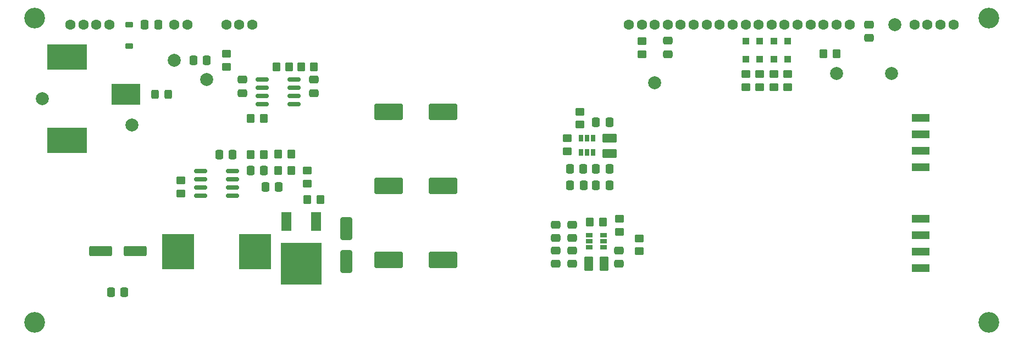
<source format=gbs>
G04 #@! TF.GenerationSoftware,KiCad,Pcbnew,7.0.7*
G04 #@! TF.CreationDate,2024-06-10T21:29:32+02:00*
G04 #@! TF.ProjectId,vfd_display,7666645f-6469-4737-906c-61792e6b6963,rev?*
G04 #@! TF.SameCoordinates,Original*
G04 #@! TF.FileFunction,Soldermask,Bot*
G04 #@! TF.FilePolarity,Negative*
%FSLAX46Y46*%
G04 Gerber Fmt 4.6, Leading zero omitted, Abs format (unit mm)*
G04 Created by KiCad (PCBNEW 7.0.7) date 2024-06-10 21:29:32*
%MOMM*%
%LPD*%
G01*
G04 APERTURE LIST*
G04 Aperture macros list*
%AMRoundRect*
0 Rectangle with rounded corners*
0 $1 Rounding radius*
0 $2 $3 $4 $5 $6 $7 $8 $9 X,Y pos of 4 corners*
0 Add a 4 corners polygon primitive as box body*
4,1,4,$2,$3,$4,$5,$6,$7,$8,$9,$2,$3,0*
0 Add four circle primitives for the rounded corners*
1,1,$1+$1,$2,$3*
1,1,$1+$1,$4,$5*
1,1,$1+$1,$6,$7*
1,1,$1+$1,$8,$9*
0 Add four rect primitives between the rounded corners*
20,1,$1+$1,$2,$3,$4,$5,0*
20,1,$1+$1,$4,$5,$6,$7,0*
20,1,$1+$1,$6,$7,$8,$9,0*
20,1,$1+$1,$8,$9,$2,$3,0*%
G04 Aperture macros list end*
%ADD10C,3.200000*%
%ADD11C,1.600000*%
%ADD12RoundRect,0.250000X0.300000X-0.300000X0.300000X0.300000X-0.300000X0.300000X-0.300000X-0.300000X0*%
%ADD13RoundRect,0.250000X-0.450000X0.350000X-0.450000X-0.350000X0.450000X-0.350000X0.450000X0.350000X0*%
%ADD14RoundRect,0.250000X-0.337500X-0.475000X0.337500X-0.475000X0.337500X0.475000X-0.337500X0.475000X0*%
%ADD15RoundRect,0.250000X1.500000X0.550000X-1.500000X0.550000X-1.500000X-0.550000X1.500000X-0.550000X0*%
%ADD16R,1.500000X2.900000*%
%ADD17R,6.300000X6.500000*%
%ADD18RoundRect,0.250000X0.450000X-0.350000X0.450000X0.350000X-0.450000X0.350000X-0.450000X-0.350000X0*%
%ADD19RoundRect,0.250000X0.337500X0.475000X-0.337500X0.475000X-0.337500X-0.475000X0.337500X-0.475000X0*%
%ADD20RoundRect,0.250000X0.350000X0.450000X-0.350000X0.450000X-0.350000X-0.450000X0.350000X-0.450000X0*%
%ADD21RoundRect,0.225000X-0.375000X0.225000X-0.375000X-0.225000X0.375000X-0.225000X0.375000X0.225000X0*%
%ADD22RoundRect,0.250000X-0.475000X0.337500X-0.475000X-0.337500X0.475000X-0.337500X0.475000X0.337500X0*%
%ADD23C,2.000000*%
%ADD24RoundRect,0.250000X-0.350000X-0.450000X0.350000X-0.450000X0.350000X0.450000X-0.350000X0.450000X0*%
%ADD25RoundRect,0.250000X0.475000X-0.337500X0.475000X0.337500X-0.475000X0.337500X-0.475000X-0.337500X0*%
%ADD26R,1.000000X0.700000*%
%ADD27R,4.900000X5.400000*%
%ADD28R,0.700000X1.000000*%
%ADD29R,6.200000X3.900000*%
%ADD30R,4.400000X3.300000*%
%ADD31RoundRect,0.250000X-0.325000X-0.450000X0.325000X-0.450000X0.325000X0.450000X-0.325000X0.450000X0*%
%ADD32RoundRect,0.250000X-1.950000X-1.000000X1.950000X-1.000000X1.950000X1.000000X-1.950000X1.000000X0*%
%ADD33RoundRect,0.250001X0.462499X0.849999X-0.462499X0.849999X-0.462499X-0.849999X0.462499X-0.849999X0*%
%ADD34RoundRect,0.150000X-0.825000X-0.150000X0.825000X-0.150000X0.825000X0.150000X-0.825000X0.150000X0*%
%ADD35RoundRect,0.150000X0.825000X0.150000X-0.825000X0.150000X-0.825000X-0.150000X0.825000X-0.150000X0*%
%ADD36R,2.750000X1.250000*%
%ADD37RoundRect,0.250000X-0.650000X1.500000X-0.650000X-1.500000X0.650000X-1.500000X0.650000X1.500000X0*%
%ADD38RoundRect,0.250001X-0.849999X0.462499X-0.849999X-0.462499X0.849999X-0.462499X0.849999X0.462499X0*%
G04 APERTURE END LIST*
D10*
X77500000Y-114000000D03*
X77500000Y-67000000D03*
D11*
X83000000Y-68000000D03*
X85000000Y-68000000D03*
X87000000Y-68000000D03*
X89000000Y-68000000D03*
X99000000Y-68000000D03*
X101000000Y-68000000D03*
X107000000Y-68000000D03*
X109000000Y-68000000D03*
X111000000Y-68000000D03*
X169000000Y-68000000D03*
X171000000Y-68000000D03*
X173000000Y-68000000D03*
X175000000Y-68000000D03*
X177000000Y-68000000D03*
X179000000Y-68000000D03*
X181000000Y-68000000D03*
X183000000Y-68000000D03*
X185000000Y-68000000D03*
X187000000Y-68000000D03*
X189000000Y-68000000D03*
X191000000Y-68000000D03*
X193000000Y-68000000D03*
X195000000Y-68000000D03*
X197000000Y-68000000D03*
X199000000Y-68000000D03*
X201000000Y-68000000D03*
X203000000Y-68000000D03*
X213000000Y-68000000D03*
X215000000Y-68000000D03*
X217000000Y-68000000D03*
X219000000Y-68000000D03*
D10*
X224500000Y-114000000D03*
X224500000Y-67000000D03*
D12*
X189166666Y-70540000D03*
X189166666Y-73340000D03*
D13*
X171000000Y-72540000D03*
X171000000Y-70540000D03*
X107000000Y-74500000D03*
X107000000Y-72500000D03*
D14*
X162000000Y-90287500D03*
X159925000Y-90287500D03*
D15*
X87600000Y-103000000D03*
X93000000Y-103000000D03*
D16*
X120786000Y-98390000D03*
D17*
X118500000Y-104890000D03*
D16*
X116214000Y-98390000D03*
D18*
X167600000Y-98000000D03*
X167600000Y-100000000D03*
D19*
X101925000Y-73500000D03*
X104000000Y-73500000D03*
D20*
X199000000Y-72500000D03*
X201000000Y-72500000D03*
X118500000Y-74500000D03*
X120500000Y-74500000D03*
D18*
X189166666Y-75620000D03*
X189166666Y-77620000D03*
X187000000Y-75620000D03*
X187000000Y-77620000D03*
D21*
X92000000Y-71300000D03*
X92000000Y-68000000D03*
D19*
X105925000Y-88040000D03*
X108000000Y-88040000D03*
D22*
X109500000Y-78575000D03*
X109500000Y-76500000D03*
D14*
X115075000Y-93040000D03*
X113000000Y-93040000D03*
D18*
X159500000Y-85537500D03*
X159500000Y-87537500D03*
D20*
X110750000Y-82500000D03*
X112750000Y-82500000D03*
D23*
X173000000Y-77000000D03*
D22*
X157750000Y-100950000D03*
X157750000Y-98875000D03*
D24*
X165000000Y-98450000D03*
X163000000Y-98450000D03*
D14*
X166000000Y-83037500D03*
X163925000Y-83037500D03*
D18*
X191333332Y-75620000D03*
X191333332Y-77620000D03*
D13*
X100000000Y-94040000D03*
X100000000Y-92040000D03*
D14*
X96500000Y-68000000D03*
X94425000Y-68000000D03*
D24*
X117000000Y-90540000D03*
X115000000Y-90540000D03*
D23*
X92500000Y-83500000D03*
D25*
X175000000Y-70500000D03*
X175000000Y-72575000D03*
D14*
X162037500Y-92787500D03*
X159962500Y-92787500D03*
D26*
X165100000Y-102400000D03*
X165100000Y-101450000D03*
X165100000Y-100500000D03*
X162900000Y-100500000D03*
X162900000Y-101450000D03*
X162900000Y-102400000D03*
D23*
X99000000Y-73500000D03*
X209500000Y-75500000D03*
D13*
X170600000Y-103000000D03*
X170600000Y-101000000D03*
D27*
X111400000Y-103040000D03*
X99600000Y-103040000D03*
D24*
X112750000Y-88040000D03*
X110750000Y-88040000D03*
D19*
X163925000Y-90287500D03*
X166000000Y-90287500D03*
D18*
X193500000Y-75620000D03*
X193500000Y-77620000D03*
D12*
X191333332Y-70540000D03*
X191333332Y-73340000D03*
D20*
X119500000Y-95040000D03*
X121500000Y-95040000D03*
D22*
X167500000Y-104950000D03*
X167500000Y-102875000D03*
X206000000Y-70075000D03*
X206000000Y-68000000D03*
D14*
X112825000Y-90540000D03*
X110750000Y-90540000D03*
D28*
X163500000Y-85500000D03*
X162550000Y-85500000D03*
X161600000Y-85500000D03*
X161600000Y-87700000D03*
X162550000Y-87700000D03*
X163500000Y-87700000D03*
D29*
X82500000Y-73000000D03*
X82500000Y-85900000D03*
D30*
X91500000Y-78750000D03*
D23*
X78700000Y-79450000D03*
D12*
X193500000Y-70540000D03*
X193500000Y-73340000D03*
D31*
X98050000Y-78750000D03*
X96000000Y-78750000D03*
D23*
X201000000Y-75500000D03*
X104000000Y-76500000D03*
D24*
X117000000Y-88000000D03*
X115000000Y-88000000D03*
D12*
X187000000Y-70540000D03*
X187000000Y-73340000D03*
D19*
X89212500Y-109290000D03*
X91287500Y-109290000D03*
D32*
X140400000Y-104360000D03*
X132000000Y-104360000D03*
D18*
X119500000Y-90540000D03*
X119500000Y-92540000D03*
D25*
X157750000Y-102875000D03*
X157750000Y-104950000D03*
D33*
X162837500Y-104950000D03*
X165162500Y-104950000D03*
D22*
X160250000Y-100950000D03*
X160250000Y-98875000D03*
D19*
X163925000Y-92787500D03*
X166000000Y-92787500D03*
D18*
X161500000Y-81450000D03*
X161500000Y-83450000D03*
D34*
X117450000Y-80310000D03*
X117450000Y-79040000D03*
X117450000Y-77770000D03*
X117450000Y-76500000D03*
X112500000Y-76500000D03*
X112500000Y-77770000D03*
X112500000Y-79040000D03*
X112500000Y-80310000D03*
D25*
X160250000Y-102875000D03*
X160250000Y-104950000D03*
D35*
X103025000Y-90635000D03*
X103025000Y-91905000D03*
X103025000Y-93175000D03*
X103025000Y-94445000D03*
X107975000Y-94445000D03*
X107975000Y-93175000D03*
X107975000Y-91905000D03*
X107975000Y-90635000D03*
D20*
X114690000Y-74500000D03*
X116690000Y-74500000D03*
D36*
X214000000Y-90000000D03*
X214000000Y-87460000D03*
X214000000Y-84920000D03*
X214000000Y-82380000D03*
X214000000Y-105620000D03*
X214000000Y-103080000D03*
X214000000Y-100540000D03*
X214000000Y-98000000D03*
D32*
X140400000Y-92930000D03*
X132000000Y-92930000D03*
D37*
X125500000Y-104540000D03*
X125500000Y-99540000D03*
D22*
X120500000Y-78575000D03*
X120500000Y-76500000D03*
D23*
X210000000Y-68000000D03*
D32*
X140400000Y-81500000D03*
X132000000Y-81500000D03*
D38*
X166000000Y-87862500D03*
X166000000Y-85537500D03*
M02*

</source>
